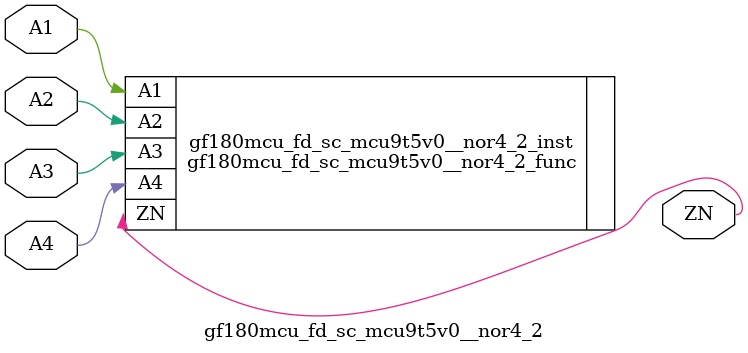
<source format=v>

module gf180mcu_fd_sc_mcu9t5v0__nor4_2( A3, ZN, A4, A2, A1 );
input A1, A2, A3, A4;
output ZN;

   `ifdef FUNCTIONAL  //  functional //

	gf180mcu_fd_sc_mcu9t5v0__nor4_2_func gf180mcu_fd_sc_mcu9t5v0__nor4_2_behav_inst(.A3(A3),.ZN(ZN),.A4(A4),.A2(A2),.A1(A1));

   `else

	gf180mcu_fd_sc_mcu9t5v0__nor4_2_func gf180mcu_fd_sc_mcu9t5v0__nor4_2_inst(.A3(A3),.ZN(ZN),.A4(A4),.A2(A2),.A1(A1));

	// spec_gates_begin


	// spec_gates_end



   specify

	// specify_block_begin

	// comb arc A1 --> ZN
	 (A1 => ZN) = (1.0,1.0);

	// comb arc A2 --> ZN
	 (A2 => ZN) = (1.0,1.0);

	// comb arc A3 --> ZN
	 (A3 => ZN) = (1.0,1.0);

	// comb arc A4 --> ZN
	 (A4 => ZN) = (1.0,1.0);

	// specify_block_end

   endspecify

   `endif

endmodule

</source>
